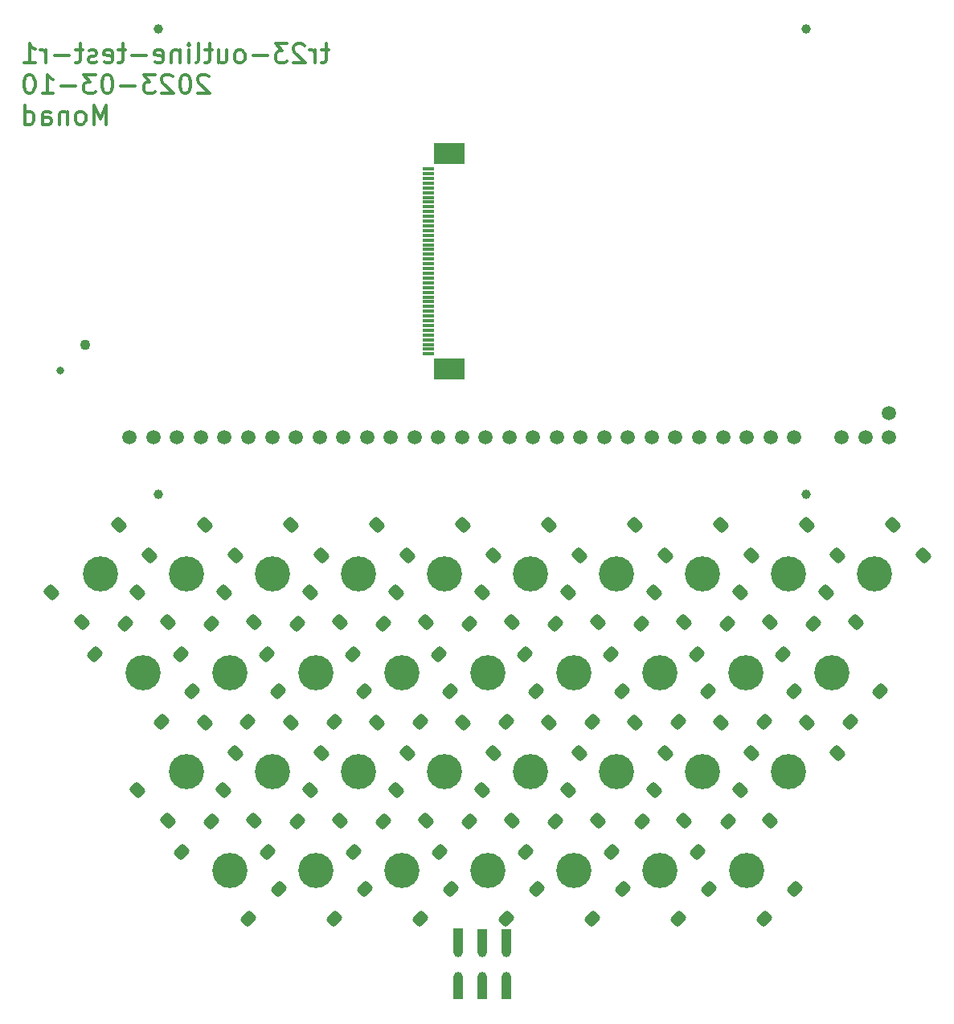
<source format=gbr>
%TF.GenerationSoftware,KiCad,Pcbnew,7.99.0-1.20230226git51d46c0.fc37*%
%TF.CreationDate,2023-03-13T11:31:17+00:00*%
%TF.ProjectId,tr23-outline-test-r1,74723233-2d6f-4757-946c-696e652d7465,rev?*%
%TF.SameCoordinates,Original*%
%TF.FileFunction,Soldermask,Bot*%
%TF.FilePolarity,Negative*%
%FSLAX46Y46*%
G04 Gerber Fmt 4.6, Leading zero omitted, Abs format (unit mm)*
G04 Created by KiCad (PCBNEW 7.99.0-1.20230226git51d46c0.fc37) date 2023-03-13 11:31:17*
%MOMM*%
%LPD*%
G01*
G04 APERTURE LIST*
G04 Aperture macros list*
%AMRoundRect*
0 Rectangle with rounded corners*
0 $1 Rounding radius*
0 $2 $3 $4 $5 $6 $7 $8 $9 X,Y pos of 4 corners*
0 Add a 4 corners polygon primitive as box body*
4,1,4,$2,$3,$4,$5,$6,$7,$8,$9,$2,$3,0*
0 Add four circle primitives for the rounded corners*
1,1,$1+$1,$2,$3*
1,1,$1+$1,$4,$5*
1,1,$1+$1,$6,$7*
1,1,$1+$1,$8,$9*
0 Add four rect primitives between the rounded corners*
20,1,$1+$1,$2,$3,$4,$5,0*
20,1,$1+$1,$4,$5,$6,$7,0*
20,1,$1+$1,$6,$7,$8,$9,0*
20,1,$1+$1,$8,$9,$2,$3,0*%
G04 Aperture macros list end*
%ADD10C,0.300000*%
%ADD11R,1.200000X0.300000*%
%ADD12R,3.300000X2.200000*%
%ADD13C,1.000000*%
%ADD14C,0.800000*%
%ADD15C,1.100000*%
%ADD16C,3.700000*%
%ADD17RoundRect,0.300000X0.530330X0.106066X0.106066X0.530330X-0.530330X-0.106066X-0.106066X-0.530330X0*%
%ADD18C,1.500000*%
%ADD19R,1.000000X2.450000*%
%ADD20R,1.000000X2.500000*%
%ADD21RoundRect,0.300000X0.106066X-0.530330X0.530330X-0.106066X-0.106066X0.530330X-0.530330X0.106066X0*%
G04 APERTURE END LIST*
D10*
X-41523810Y78258095D02*
X-42285714Y78258095D01*
X-41809524Y78924761D02*
X-41809524Y77210476D01*
X-41809524Y77210476D02*
X-41904762Y77020000D01*
X-41904762Y77020000D02*
X-42095238Y76924761D01*
X-42095238Y76924761D02*
X-42285714Y76924761D01*
X-42952381Y76924761D02*
X-42952381Y78258095D01*
X-42952381Y77877142D02*
X-43047619Y78067619D01*
X-43047619Y78067619D02*
X-43142857Y78162857D01*
X-43142857Y78162857D02*
X-43333333Y78258095D01*
X-43333333Y78258095D02*
X-43523810Y78258095D01*
X-44095238Y78734285D02*
X-44190476Y78829523D01*
X-44190476Y78829523D02*
X-44380952Y78924761D01*
X-44380952Y78924761D02*
X-44857143Y78924761D01*
X-44857143Y78924761D02*
X-45047619Y78829523D01*
X-45047619Y78829523D02*
X-45142857Y78734285D01*
X-45142857Y78734285D02*
X-45238095Y78543809D01*
X-45238095Y78543809D02*
X-45238095Y78353333D01*
X-45238095Y78353333D02*
X-45142857Y78067619D01*
X-45142857Y78067619D02*
X-44000000Y76924761D01*
X-44000000Y76924761D02*
X-45238095Y76924761D01*
X-45904762Y78924761D02*
X-47142857Y78924761D01*
X-47142857Y78924761D02*
X-46476190Y78162857D01*
X-46476190Y78162857D02*
X-46761905Y78162857D01*
X-46761905Y78162857D02*
X-46952381Y78067619D01*
X-46952381Y78067619D02*
X-47047619Y77972380D01*
X-47047619Y77972380D02*
X-47142857Y77781904D01*
X-47142857Y77781904D02*
X-47142857Y77305714D01*
X-47142857Y77305714D02*
X-47047619Y77115238D01*
X-47047619Y77115238D02*
X-46952381Y77020000D01*
X-46952381Y77020000D02*
X-46761905Y76924761D01*
X-46761905Y76924761D02*
X-46190476Y76924761D01*
X-46190476Y76924761D02*
X-46000000Y77020000D01*
X-46000000Y77020000D02*
X-45904762Y77115238D01*
X-48000000Y77686666D02*
X-49523810Y77686666D01*
X-50761904Y76924761D02*
X-50571428Y77020000D01*
X-50571428Y77020000D02*
X-50476190Y77115238D01*
X-50476190Y77115238D02*
X-50380952Y77305714D01*
X-50380952Y77305714D02*
X-50380952Y77877142D01*
X-50380952Y77877142D02*
X-50476190Y78067619D01*
X-50476190Y78067619D02*
X-50571428Y78162857D01*
X-50571428Y78162857D02*
X-50761904Y78258095D01*
X-50761904Y78258095D02*
X-51047619Y78258095D01*
X-51047619Y78258095D02*
X-51238095Y78162857D01*
X-51238095Y78162857D02*
X-51333333Y78067619D01*
X-51333333Y78067619D02*
X-51428571Y77877142D01*
X-51428571Y77877142D02*
X-51428571Y77305714D01*
X-51428571Y77305714D02*
X-51333333Y77115238D01*
X-51333333Y77115238D02*
X-51238095Y77020000D01*
X-51238095Y77020000D02*
X-51047619Y76924761D01*
X-51047619Y76924761D02*
X-50761904Y76924761D01*
X-53142857Y78258095D02*
X-53142857Y76924761D01*
X-52285714Y78258095D02*
X-52285714Y77210476D01*
X-52285714Y77210476D02*
X-52380952Y77020000D01*
X-52380952Y77020000D02*
X-52571428Y76924761D01*
X-52571428Y76924761D02*
X-52857143Y76924761D01*
X-52857143Y76924761D02*
X-53047619Y77020000D01*
X-53047619Y77020000D02*
X-53142857Y77115238D01*
X-53809524Y78258095D02*
X-54571428Y78258095D01*
X-54095238Y78924761D02*
X-54095238Y77210476D01*
X-54095238Y77210476D02*
X-54190476Y77020000D01*
X-54190476Y77020000D02*
X-54380952Y76924761D01*
X-54380952Y76924761D02*
X-54571428Y76924761D01*
X-55523809Y76924761D02*
X-55333333Y77020000D01*
X-55333333Y77020000D02*
X-55238095Y77210476D01*
X-55238095Y77210476D02*
X-55238095Y78924761D01*
X-56285714Y76924761D02*
X-56285714Y78258095D01*
X-56285714Y78924761D02*
X-56190476Y78829523D01*
X-56190476Y78829523D02*
X-56285714Y78734285D01*
X-56285714Y78734285D02*
X-56380952Y78829523D01*
X-56380952Y78829523D02*
X-56285714Y78924761D01*
X-56285714Y78924761D02*
X-56285714Y78734285D01*
X-57238095Y78258095D02*
X-57238095Y76924761D01*
X-57238095Y78067619D02*
X-57333333Y78162857D01*
X-57333333Y78162857D02*
X-57523809Y78258095D01*
X-57523809Y78258095D02*
X-57809524Y78258095D01*
X-57809524Y78258095D02*
X-58000000Y78162857D01*
X-58000000Y78162857D02*
X-58095238Y77972380D01*
X-58095238Y77972380D02*
X-58095238Y76924761D01*
X-59809524Y77020000D02*
X-59619048Y76924761D01*
X-59619048Y76924761D02*
X-59238095Y76924761D01*
X-59238095Y76924761D02*
X-59047619Y77020000D01*
X-59047619Y77020000D02*
X-58952381Y77210476D01*
X-58952381Y77210476D02*
X-58952381Y77972380D01*
X-58952381Y77972380D02*
X-59047619Y78162857D01*
X-59047619Y78162857D02*
X-59238095Y78258095D01*
X-59238095Y78258095D02*
X-59619048Y78258095D01*
X-59619048Y78258095D02*
X-59809524Y78162857D01*
X-59809524Y78162857D02*
X-59904762Y77972380D01*
X-59904762Y77972380D02*
X-59904762Y77781904D01*
X-59904762Y77781904D02*
X-58952381Y77591428D01*
X-60761905Y77686666D02*
X-62285715Y77686666D01*
X-62952381Y78258095D02*
X-63714285Y78258095D01*
X-63238095Y78924761D02*
X-63238095Y77210476D01*
X-63238095Y77210476D02*
X-63333333Y77020000D01*
X-63333333Y77020000D02*
X-63523809Y76924761D01*
X-63523809Y76924761D02*
X-63714285Y76924761D01*
X-65142857Y77020000D02*
X-64952381Y76924761D01*
X-64952381Y76924761D02*
X-64571428Y76924761D01*
X-64571428Y76924761D02*
X-64380952Y77020000D01*
X-64380952Y77020000D02*
X-64285714Y77210476D01*
X-64285714Y77210476D02*
X-64285714Y77972380D01*
X-64285714Y77972380D02*
X-64380952Y78162857D01*
X-64380952Y78162857D02*
X-64571428Y78258095D01*
X-64571428Y78258095D02*
X-64952381Y78258095D01*
X-64952381Y78258095D02*
X-65142857Y78162857D01*
X-65142857Y78162857D02*
X-65238095Y77972380D01*
X-65238095Y77972380D02*
X-65238095Y77781904D01*
X-65238095Y77781904D02*
X-64285714Y77591428D01*
X-66000000Y77020000D02*
X-66190476Y76924761D01*
X-66190476Y76924761D02*
X-66571428Y76924761D01*
X-66571428Y76924761D02*
X-66761905Y77020000D01*
X-66761905Y77020000D02*
X-66857143Y77210476D01*
X-66857143Y77210476D02*
X-66857143Y77305714D01*
X-66857143Y77305714D02*
X-66761905Y77496190D01*
X-66761905Y77496190D02*
X-66571428Y77591428D01*
X-66571428Y77591428D02*
X-66285714Y77591428D01*
X-66285714Y77591428D02*
X-66095238Y77686666D01*
X-66095238Y77686666D02*
X-66000000Y77877142D01*
X-66000000Y77877142D02*
X-66000000Y77972380D01*
X-66000000Y77972380D02*
X-66095238Y78162857D01*
X-66095238Y78162857D02*
X-66285714Y78258095D01*
X-66285714Y78258095D02*
X-66571428Y78258095D01*
X-66571428Y78258095D02*
X-66761905Y78162857D01*
X-67428572Y78258095D02*
X-68190476Y78258095D01*
X-67714286Y78924761D02*
X-67714286Y77210476D01*
X-67714286Y77210476D02*
X-67809524Y77020000D01*
X-67809524Y77020000D02*
X-68000000Y76924761D01*
X-68000000Y76924761D02*
X-68190476Y76924761D01*
X-68857143Y77686666D02*
X-70380953Y77686666D01*
X-71333333Y76924761D02*
X-71333333Y78258095D01*
X-71333333Y77877142D02*
X-71428571Y78067619D01*
X-71428571Y78067619D02*
X-71523809Y78162857D01*
X-71523809Y78162857D02*
X-71714285Y78258095D01*
X-71714285Y78258095D02*
X-71904762Y78258095D01*
X-73619047Y76924761D02*
X-72476190Y76924761D01*
X-73047618Y76924761D02*
X-73047618Y78924761D01*
X-73047618Y78924761D02*
X-72857142Y78639047D01*
X-72857142Y78639047D02*
X-72666666Y78448571D01*
X-72666666Y78448571D02*
X-72476190Y78353333D01*
X-54190476Y75494285D02*
X-54285714Y75589523D01*
X-54285714Y75589523D02*
X-54476190Y75684761D01*
X-54476190Y75684761D02*
X-54952381Y75684761D01*
X-54952381Y75684761D02*
X-55142857Y75589523D01*
X-55142857Y75589523D02*
X-55238095Y75494285D01*
X-55238095Y75494285D02*
X-55333333Y75303809D01*
X-55333333Y75303809D02*
X-55333333Y75113333D01*
X-55333333Y75113333D02*
X-55238095Y74827619D01*
X-55238095Y74827619D02*
X-54095238Y73684761D01*
X-54095238Y73684761D02*
X-55333333Y73684761D01*
X-56571428Y75684761D02*
X-56761905Y75684761D01*
X-56761905Y75684761D02*
X-56952381Y75589523D01*
X-56952381Y75589523D02*
X-57047619Y75494285D01*
X-57047619Y75494285D02*
X-57142857Y75303809D01*
X-57142857Y75303809D02*
X-57238095Y74922857D01*
X-57238095Y74922857D02*
X-57238095Y74446666D01*
X-57238095Y74446666D02*
X-57142857Y74065714D01*
X-57142857Y74065714D02*
X-57047619Y73875238D01*
X-57047619Y73875238D02*
X-56952381Y73780000D01*
X-56952381Y73780000D02*
X-56761905Y73684761D01*
X-56761905Y73684761D02*
X-56571428Y73684761D01*
X-56571428Y73684761D02*
X-56380952Y73780000D01*
X-56380952Y73780000D02*
X-56285714Y73875238D01*
X-56285714Y73875238D02*
X-56190476Y74065714D01*
X-56190476Y74065714D02*
X-56095238Y74446666D01*
X-56095238Y74446666D02*
X-56095238Y74922857D01*
X-56095238Y74922857D02*
X-56190476Y75303809D01*
X-56190476Y75303809D02*
X-56285714Y75494285D01*
X-56285714Y75494285D02*
X-56380952Y75589523D01*
X-56380952Y75589523D02*
X-56571428Y75684761D01*
X-58000000Y75494285D02*
X-58095238Y75589523D01*
X-58095238Y75589523D02*
X-58285714Y75684761D01*
X-58285714Y75684761D02*
X-58761905Y75684761D01*
X-58761905Y75684761D02*
X-58952381Y75589523D01*
X-58952381Y75589523D02*
X-59047619Y75494285D01*
X-59047619Y75494285D02*
X-59142857Y75303809D01*
X-59142857Y75303809D02*
X-59142857Y75113333D01*
X-59142857Y75113333D02*
X-59047619Y74827619D01*
X-59047619Y74827619D02*
X-57904762Y73684761D01*
X-57904762Y73684761D02*
X-59142857Y73684761D01*
X-59809524Y75684761D02*
X-61047619Y75684761D01*
X-61047619Y75684761D02*
X-60380952Y74922857D01*
X-60380952Y74922857D02*
X-60666667Y74922857D01*
X-60666667Y74922857D02*
X-60857143Y74827619D01*
X-60857143Y74827619D02*
X-60952381Y74732380D01*
X-60952381Y74732380D02*
X-61047619Y74541904D01*
X-61047619Y74541904D02*
X-61047619Y74065714D01*
X-61047619Y74065714D02*
X-60952381Y73875238D01*
X-60952381Y73875238D02*
X-60857143Y73780000D01*
X-60857143Y73780000D02*
X-60666667Y73684761D01*
X-60666667Y73684761D02*
X-60095238Y73684761D01*
X-60095238Y73684761D02*
X-59904762Y73780000D01*
X-59904762Y73780000D02*
X-59809524Y73875238D01*
X-61904762Y74446666D02*
X-63428572Y74446666D01*
X-64761904Y75684761D02*
X-64952381Y75684761D01*
X-64952381Y75684761D02*
X-65142857Y75589523D01*
X-65142857Y75589523D02*
X-65238095Y75494285D01*
X-65238095Y75494285D02*
X-65333333Y75303809D01*
X-65333333Y75303809D02*
X-65428571Y74922857D01*
X-65428571Y74922857D02*
X-65428571Y74446666D01*
X-65428571Y74446666D02*
X-65333333Y74065714D01*
X-65333333Y74065714D02*
X-65238095Y73875238D01*
X-65238095Y73875238D02*
X-65142857Y73780000D01*
X-65142857Y73780000D02*
X-64952381Y73684761D01*
X-64952381Y73684761D02*
X-64761904Y73684761D01*
X-64761904Y73684761D02*
X-64571428Y73780000D01*
X-64571428Y73780000D02*
X-64476190Y73875238D01*
X-64476190Y73875238D02*
X-64380952Y74065714D01*
X-64380952Y74065714D02*
X-64285714Y74446666D01*
X-64285714Y74446666D02*
X-64285714Y74922857D01*
X-64285714Y74922857D02*
X-64380952Y75303809D01*
X-64380952Y75303809D02*
X-64476190Y75494285D01*
X-64476190Y75494285D02*
X-64571428Y75589523D01*
X-64571428Y75589523D02*
X-64761904Y75684761D01*
X-66095238Y75684761D02*
X-67333333Y75684761D01*
X-67333333Y75684761D02*
X-66666666Y74922857D01*
X-66666666Y74922857D02*
X-66952381Y74922857D01*
X-66952381Y74922857D02*
X-67142857Y74827619D01*
X-67142857Y74827619D02*
X-67238095Y74732380D01*
X-67238095Y74732380D02*
X-67333333Y74541904D01*
X-67333333Y74541904D02*
X-67333333Y74065714D01*
X-67333333Y74065714D02*
X-67238095Y73875238D01*
X-67238095Y73875238D02*
X-67142857Y73780000D01*
X-67142857Y73780000D02*
X-66952381Y73684761D01*
X-66952381Y73684761D02*
X-66380952Y73684761D01*
X-66380952Y73684761D02*
X-66190476Y73780000D01*
X-66190476Y73780000D02*
X-66095238Y73875238D01*
X-68190476Y74446666D02*
X-69714286Y74446666D01*
X-71714285Y73684761D02*
X-70571428Y73684761D01*
X-71142856Y73684761D02*
X-71142856Y75684761D01*
X-71142856Y75684761D02*
X-70952380Y75399047D01*
X-70952380Y75399047D02*
X-70761904Y75208571D01*
X-70761904Y75208571D02*
X-70571428Y75113333D01*
X-72952380Y75684761D02*
X-73142857Y75684761D01*
X-73142857Y75684761D02*
X-73333333Y75589523D01*
X-73333333Y75589523D02*
X-73428571Y75494285D01*
X-73428571Y75494285D02*
X-73523809Y75303809D01*
X-73523809Y75303809D02*
X-73619047Y74922857D01*
X-73619047Y74922857D02*
X-73619047Y74446666D01*
X-73619047Y74446666D02*
X-73523809Y74065714D01*
X-73523809Y74065714D02*
X-73428571Y73875238D01*
X-73428571Y73875238D02*
X-73333333Y73780000D01*
X-73333333Y73780000D02*
X-73142857Y73684761D01*
X-73142857Y73684761D02*
X-72952380Y73684761D01*
X-72952380Y73684761D02*
X-72761904Y73780000D01*
X-72761904Y73780000D02*
X-72666666Y73875238D01*
X-72666666Y73875238D02*
X-72571428Y74065714D01*
X-72571428Y74065714D02*
X-72476190Y74446666D01*
X-72476190Y74446666D02*
X-72476190Y74922857D01*
X-72476190Y74922857D02*
X-72571428Y75303809D01*
X-72571428Y75303809D02*
X-72666666Y75494285D01*
X-72666666Y75494285D02*
X-72761904Y75589523D01*
X-72761904Y75589523D02*
X-72952380Y75684761D01*
X-64952380Y70444761D02*
X-64952380Y72444761D01*
X-64952380Y72444761D02*
X-65619047Y71016190D01*
X-65619047Y71016190D02*
X-66285713Y72444761D01*
X-66285713Y72444761D02*
X-66285713Y70444761D01*
X-67523808Y70444761D02*
X-67333332Y70540000D01*
X-67333332Y70540000D02*
X-67238094Y70635238D01*
X-67238094Y70635238D02*
X-67142856Y70825714D01*
X-67142856Y70825714D02*
X-67142856Y71397142D01*
X-67142856Y71397142D02*
X-67238094Y71587619D01*
X-67238094Y71587619D02*
X-67333332Y71682857D01*
X-67333332Y71682857D02*
X-67523808Y71778095D01*
X-67523808Y71778095D02*
X-67809523Y71778095D01*
X-67809523Y71778095D02*
X-67999999Y71682857D01*
X-67999999Y71682857D02*
X-68095237Y71587619D01*
X-68095237Y71587619D02*
X-68190475Y71397142D01*
X-68190475Y71397142D02*
X-68190475Y70825714D01*
X-68190475Y70825714D02*
X-68095237Y70635238D01*
X-68095237Y70635238D02*
X-67999999Y70540000D01*
X-67999999Y70540000D02*
X-67809523Y70444761D01*
X-67809523Y70444761D02*
X-67523808Y70444761D01*
X-69047618Y71778095D02*
X-69047618Y70444761D01*
X-69047618Y71587619D02*
X-69142856Y71682857D01*
X-69142856Y71682857D02*
X-69333332Y71778095D01*
X-69333332Y71778095D02*
X-69619047Y71778095D01*
X-69619047Y71778095D02*
X-69809523Y71682857D01*
X-69809523Y71682857D02*
X-69904761Y71492380D01*
X-69904761Y71492380D02*
X-69904761Y70444761D01*
X-71714285Y70444761D02*
X-71714285Y71492380D01*
X-71714285Y71492380D02*
X-71619047Y71682857D01*
X-71619047Y71682857D02*
X-71428571Y71778095D01*
X-71428571Y71778095D02*
X-71047618Y71778095D01*
X-71047618Y71778095D02*
X-70857142Y71682857D01*
X-71714285Y70540000D02*
X-71523809Y70444761D01*
X-71523809Y70444761D02*
X-71047618Y70444761D01*
X-71047618Y70444761D02*
X-70857142Y70540000D01*
X-70857142Y70540000D02*
X-70761904Y70730476D01*
X-70761904Y70730476D02*
X-70761904Y70920952D01*
X-70761904Y70920952D02*
X-70857142Y71111428D01*
X-70857142Y71111428D02*
X-71047618Y71206666D01*
X-71047618Y71206666D02*
X-71523809Y71206666D01*
X-71523809Y71206666D02*
X-71714285Y71301904D01*
X-73523809Y70444761D02*
X-73523809Y72444761D01*
X-73523809Y70540000D02*
X-73333333Y70444761D01*
X-73333333Y70444761D02*
X-72952380Y70444761D01*
X-72952380Y70444761D02*
X-72761904Y70540000D01*
X-72761904Y70540000D02*
X-72666666Y70635238D01*
X-72666666Y70635238D02*
X-72571428Y70825714D01*
X-72571428Y70825714D02*
X-72571428Y71397142D01*
X-72571428Y71397142D02*
X-72666666Y71587619D01*
X-72666666Y71587619D02*
X-72761904Y71682857D01*
X-72761904Y71682857D02*
X-72952380Y71778095D01*
X-72952380Y71778095D02*
X-73333333Y71778095D01*
X-73333333Y71778095D02*
X-73523809Y71682857D01*
D11*
%TO.C,J2*%
X-31024999Y65749999D03*
X-31024999Y65249999D03*
X-31024999Y64749999D03*
X-31024999Y64249999D03*
X-31024999Y63749999D03*
X-31024999Y63249999D03*
X-31024999Y62749999D03*
X-31024999Y62249999D03*
X-31024999Y61749999D03*
X-31024999Y61249999D03*
X-31024999Y60749999D03*
X-31024999Y60249999D03*
X-31024999Y59749999D03*
X-31024999Y59249999D03*
X-31024999Y58749999D03*
X-31024999Y58249999D03*
X-31024999Y57749999D03*
X-31024999Y57249999D03*
X-31024999Y56749999D03*
X-31024999Y56249999D03*
X-31024999Y55749999D03*
X-31024999Y55249999D03*
X-31024999Y54749999D03*
X-31024999Y54249999D03*
X-31024999Y53749999D03*
X-31024999Y53249999D03*
X-31024999Y52749999D03*
X-31024999Y52249999D03*
X-31024999Y51749999D03*
X-31024999Y51249999D03*
X-31024999Y50749999D03*
X-31024999Y50249999D03*
X-31024999Y49749999D03*
X-31024999Y49249999D03*
X-31024999Y48749999D03*
X-31024999Y48249999D03*
X-31024999Y47749999D03*
X-31024999Y47249999D03*
X-31024999Y46749999D03*
X-31024999Y46249999D03*
D12*
X-28854999Y67349999D03*
X-28854999Y44649999D03*
%TD*%
D13*
%TO.C,DISP1*%
X-59487500Y31480000D03*
X8762500Y31480000D03*
X-59487500Y80520000D03*
X8762500Y80520000D03*
%TD*%
D14*
%TO.C,S1*%
X-69843503Y44506497D03*
D15*
X-67156497Y47193503D03*
%TD*%
D16*
%TO.C,SW32*%
X-33796000Y-8150000D03*
D17*
X-28669476Y-10094544D03*
X-35740544Y-3023476D03*
X-38922524Y-6205456D03*
X-31851456Y-13276524D03*
%TD*%
D18*
%TO.C,TP4*%
X-45000000Y37500000D03*
%TD*%
%TO.C,TP26*%
X-2500000Y37500000D03*
%TD*%
D19*
%TO.C,J1*%
X-22829999Y-20532999D03*
X-22829999Y-15532999D03*
X-25369999Y-20532999D03*
X-25369999Y-15532999D03*
X-27909999Y-20532999D03*
D20*
X-27909999Y-15532999D03*
D13*
X-22830000Y-16763000D03*
X-25370000Y-16763000D03*
X-27910000Y-16763000D03*
X-22830000Y-19303000D03*
X-25370000Y-19303000D03*
X-27910000Y-19303000D03*
%TD*%
D16*
%TO.C,SW9*%
X6916000Y23090000D03*
D21*
X4971456Y17963476D03*
X12042524Y25034544D03*
X8860544Y28216524D03*
X1789476Y21145456D03*
%TD*%
D16*
%TO.C,SW12*%
X-51988000Y12670000D03*
D17*
X-46861476Y10725456D03*
X-53932544Y17796524D03*
X-57114524Y14614544D03*
X-50043456Y7543476D03*
%TD*%
D18*
%TO.C,TP20*%
X-27500000Y37500000D03*
%TD*%
D16*
%TO.C,SW2*%
X-56518000Y23090000D03*
D21*
X-58462544Y17963476D03*
X-51391476Y25034544D03*
X-54573456Y28216524D03*
X-61644524Y21145456D03*
%TD*%
D18*
%TO.C,TP28*%
X-20000000Y37500000D03*
%TD*%
D16*
%TO.C,SW14*%
X-33864000Y12670000D03*
D17*
X-28737476Y10725456D03*
X-35808544Y17796524D03*
X-38990524Y14614544D03*
X-31919456Y7543476D03*
%TD*%
D18*
%TO.C,TP32*%
X-15000000Y37500000D03*
%TD*%
%TO.C,TP18*%
X-12500000Y37500000D03*
%TD*%
%TO.C,TP8*%
X-40000000Y37500000D03*
%TD*%
D16*
%TO.C,SW18*%
X2384000Y12670000D03*
D17*
X7510524Y10725456D03*
X439456Y17796524D03*
X-2742524Y14614544D03*
X4328544Y7543476D03*
%TD*%
D18*
%TO.C,TP7*%
X-7500000Y37500000D03*
%TD*%
D16*
%TO.C,SW7*%
X-11208000Y23090000D03*
D21*
X-13152544Y17963476D03*
X-6081476Y25034544D03*
X-9263456Y28216524D03*
X-16334524Y21145456D03*
%TD*%
D18*
%TO.C,TP2*%
X-30000000Y37500000D03*
%TD*%
%TO.C,TP12*%
X-35000000Y37500000D03*
%TD*%
D16*
%TO.C,SW10*%
X15978000Y23090000D03*
D21*
X14033456Y17963476D03*
X21104524Y25034544D03*
X17922544Y28216524D03*
X10851476Y21145456D03*
%TD*%
D16*
%TO.C,SW5*%
X-29332000Y23090000D03*
D21*
X-31276544Y17963476D03*
X-24205476Y25034544D03*
X-27387456Y28216524D03*
X-34458524Y21145456D03*
%TD*%
D18*
%TO.C,TP25*%
X-37500000Y37500000D03*
%TD*%
D16*
%TO.C,SW30*%
X-6610000Y-8150000D03*
D17*
X-1483476Y-10094544D03*
X-8554544Y-3023476D03*
X-11736524Y-6205456D03*
X-4665456Y-13276524D03*
%TD*%
D18*
%TO.C,TP31*%
X-50000000Y37500000D03*
%TD*%
%TO.C,TP30*%
X-17500000Y37500000D03*
%TD*%
%TO.C,TP23*%
X15000000Y37500000D03*
%TD*%
%TO.C,TP11*%
X17500000Y37500000D03*
%TD*%
%TO.C,TP17*%
X-47500000Y37500000D03*
%TD*%
D16*
%TO.C,SW25*%
X-11210000Y2260000D03*
D21*
X-13154544Y-2866524D03*
X-6083476Y4204544D03*
X-9265456Y7386524D03*
X-16336524Y315456D03*
%TD*%
D18*
%TO.C,TP10*%
X-22500000Y37500000D03*
%TD*%
D16*
%TO.C,SW23*%
X-29334000Y2260000D03*
D21*
X-31278544Y-2866524D03*
X-24207476Y4204544D03*
X-27389456Y7386524D03*
X-34460524Y315456D03*
%TD*%
D18*
%TO.C,TP33*%
X17500000Y40000000D03*
%TD*%
D16*
%TO.C,SW33*%
X-24734000Y-8150000D03*
D17*
X-19607476Y-10094544D03*
X-26678544Y-3023476D03*
X-29860524Y-6205456D03*
X-22789456Y-13276524D03*
%TD*%
D16*
%TO.C,SW26*%
X-2148000Y2260000D03*
D21*
X-4092544Y-2866524D03*
X2978524Y4204544D03*
X-203456Y7386524D03*
X-7274524Y315456D03*
%TD*%
D16*
%TO.C,SW1*%
X-65580000Y23090000D03*
D21*
X-67524544Y17963476D03*
X-60453476Y25034544D03*
X-63635456Y28216524D03*
X-70706524Y21145456D03*
%TD*%
D16*
%TO.C,SW3*%
X-47456000Y23090000D03*
D21*
X-49400544Y17963476D03*
X-42329476Y25034544D03*
X-45511456Y28216524D03*
X-52582524Y21145456D03*
%TD*%
D18*
%TO.C,TP19*%
X-60000000Y37500000D03*
%TD*%
D16*
%TO.C,SW20*%
X-56520000Y2260000D03*
D21*
X-58464544Y-2866524D03*
X-51393476Y4204544D03*
X-54575456Y7386524D03*
X-61646524Y315456D03*
%TD*%
D16*
%TO.C,SW31*%
X2452000Y-8150000D03*
D17*
X7578524Y-10094544D03*
X507456Y-3023476D03*
X-2674524Y-6205456D03*
X4396544Y-13276524D03*
%TD*%
D18*
%TO.C,TP22*%
X-25000000Y37500000D03*
%TD*%
%TO.C,TP21*%
X12500000Y37500000D03*
%TD*%
D16*
%TO.C,SW29*%
X-42858000Y-8150000D03*
D17*
X-37731476Y-10094544D03*
X-44802544Y-3023476D03*
X-47984524Y-6205456D03*
X-40913456Y-13276524D03*
%TD*%
D16*
%TO.C,SW4*%
X-38394000Y23090000D03*
D21*
X-40338544Y17963476D03*
X-33267476Y25034544D03*
X-36449456Y28216524D03*
X-43520524Y21145456D03*
%TD*%
D16*
%TO.C,SW15*%
X-24802000Y12670000D03*
D17*
X-19675476Y10725456D03*
X-26746544Y17796524D03*
X-29928524Y14614544D03*
X-22857456Y7543476D03*
%TD*%
D16*
%TO.C,SW28*%
X-51920000Y-8150000D03*
D17*
X-46793476Y-10094544D03*
X-53864544Y-3023476D03*
X-57046524Y-6205456D03*
X-49975456Y-13276524D03*
%TD*%
D18*
%TO.C,TP9*%
X-57500000Y37500000D03*
%TD*%
D16*
%TO.C,SW6*%
X-20270000Y23090000D03*
D21*
X-22214544Y17963476D03*
X-15143476Y25034544D03*
X-18325456Y28216524D03*
X-25396524Y21145456D03*
%TD*%
D18*
%TO.C,TP29*%
X-52500000Y37500000D03*
%TD*%
D16*
%TO.C,SW17*%
X-6678000Y12670000D03*
D17*
X-1551476Y10725456D03*
X-8622544Y17796524D03*
X-11804524Y14614544D03*
X-4733456Y7543476D03*
%TD*%
D16*
%TO.C,SW16*%
X-15740000Y12670000D03*
D17*
X-10613476Y10725456D03*
X-17684544Y17796524D03*
X-20866524Y14614544D03*
X-13795456Y7543476D03*
%TD*%
D16*
%TO.C,SW27*%
X6914000Y2260000D03*
D21*
X4969456Y-2866524D03*
X12040524Y4204544D03*
X8858544Y7386524D03*
X1787476Y315456D03*
%TD*%
D16*
%TO.C,SW19*%
X11446000Y12670000D03*
D17*
X16572524Y10725456D03*
X9501456Y17796524D03*
X6319476Y14614544D03*
X13390544Y7543476D03*
%TD*%
D18*
%TO.C,TP27*%
X-55000000Y37500000D03*
%TD*%
D16*
%TO.C,SW34*%
X-15672000Y-8150000D03*
D17*
X-10545476Y-10094544D03*
X-17616544Y-3023476D03*
X-20798524Y-6205456D03*
X-13727456Y-13276524D03*
%TD*%
D16*
%TO.C,SW8*%
X-2146000Y23090000D03*
D21*
X-4090544Y17963476D03*
X2980524Y25034544D03*
X-201456Y28216524D03*
X-7272524Y21145456D03*
%TD*%
D18*
%TO.C,TP15*%
X2500000Y37500000D03*
%TD*%
%TO.C,TP14*%
X-32500000Y37500000D03*
%TD*%
D16*
%TO.C,SW22*%
X-38396000Y2260000D03*
D21*
X-40340544Y-2866524D03*
X-33269476Y4204544D03*
X-36451456Y7386524D03*
X-43522524Y315456D03*
%TD*%
D16*
%TO.C,SW11*%
X-61050000Y12670000D03*
D17*
X-55923476Y10725456D03*
X-62994544Y17796524D03*
X-66176524Y14614544D03*
X-59105456Y7543476D03*
%TD*%
D16*
%TO.C,SW21*%
X-47458000Y2260000D03*
D21*
X-49402544Y-2866524D03*
X-42331476Y4204544D03*
X-45513456Y7386524D03*
X-52584524Y315456D03*
%TD*%
D18*
%TO.C,TP5*%
X-10000000Y37500000D03*
%TD*%
%TO.C,TP3*%
X7500000Y37500000D03*
%TD*%
D16*
%TO.C,SW24*%
X-20272000Y2260000D03*
D21*
X-22216544Y-2866524D03*
X-15145476Y4204544D03*
X-18327456Y7386524D03*
X-25398524Y315456D03*
%TD*%
D18*
%TO.C,TP13*%
X0Y37500000D03*
%TD*%
%TO.C,TP24*%
X5000000Y37500000D03*
%TD*%
%TO.C,TP1*%
X-62500000Y37500000D03*
%TD*%
%TO.C,TP6*%
X-42500000Y37500000D03*
%TD*%
%TO.C,TP16*%
X-5000000Y37500000D03*
%TD*%
D16*
%TO.C,SW13*%
X-42926000Y12670000D03*
D17*
X-37799476Y10725456D03*
X-44870544Y17796524D03*
X-48052524Y14614544D03*
X-40981456Y7543476D03*
%TD*%
M02*

</source>
